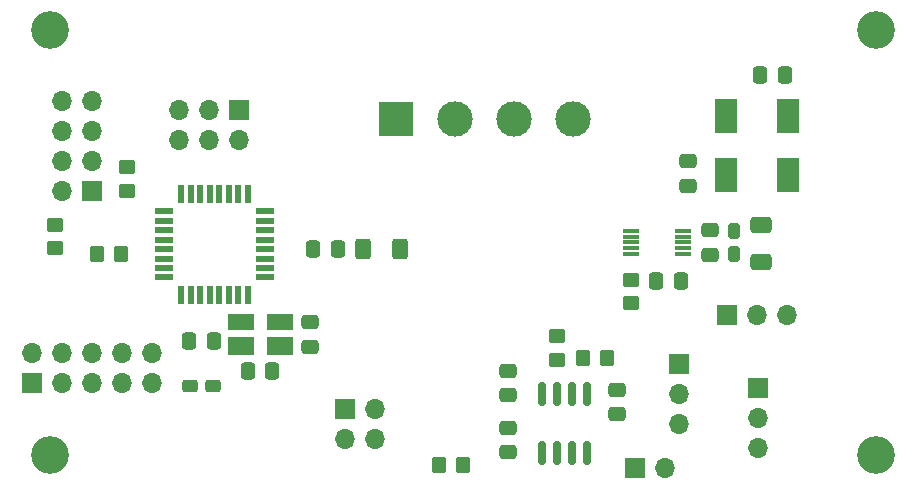
<source format=gts>
%TF.GenerationSoftware,KiCad,Pcbnew,(6.0.1)*%
%TF.CreationDate,2022-03-15T16:21:16+01:00*%
%TF.ProjectId,SignalGenerator,5369676e-616c-4476-956e-657261746f72,0.3*%
%TF.SameCoordinates,Original*%
%TF.FileFunction,Soldermask,Top*%
%TF.FilePolarity,Negative*%
%FSLAX46Y46*%
G04 Gerber Fmt 4.6, Leading zero omitted, Abs format (unit mm)*
G04 Created by KiCad (PCBNEW (6.0.1)) date 2022-03-15 16:21:16*
%MOMM*%
%LPD*%
G01*
G04 APERTURE LIST*
G04 Aperture macros list*
%AMRoundRect*
0 Rectangle with rounded corners*
0 $1 Rounding radius*
0 $2 $3 $4 $5 $6 $7 $8 $9 X,Y pos of 4 corners*
0 Add a 4 corners polygon primitive as box body*
4,1,4,$2,$3,$4,$5,$6,$7,$8,$9,$2,$3,0*
0 Add four circle primitives for the rounded corners*
1,1,$1+$1,$2,$3*
1,1,$1+$1,$4,$5*
1,1,$1+$1,$6,$7*
1,1,$1+$1,$8,$9*
0 Add four rect primitives between the rounded corners*
20,1,$1+$1,$2,$3,$4,$5,0*
20,1,$1+$1,$4,$5,$6,$7,0*
20,1,$1+$1,$6,$7,$8,$9,0*
20,1,$1+$1,$8,$9,$2,$3,0*%
G04 Aperture macros list end*
%ADD10R,1.700000X1.700000*%
%ADD11O,1.700000X1.700000*%
%ADD12RoundRect,0.250000X-0.475000X0.337500X-0.475000X-0.337500X0.475000X-0.337500X0.475000X0.337500X0*%
%ADD13C,3.200000*%
%ADD14RoundRect,0.250000X-0.400000X-0.625000X0.400000X-0.625000X0.400000X0.625000X-0.400000X0.625000X0*%
%ADD15RoundRect,0.250000X0.337500X0.475000X-0.337500X0.475000X-0.337500X-0.475000X0.337500X-0.475000X0*%
%ADD16RoundRect,0.250000X0.475000X-0.337500X0.475000X0.337500X-0.475000X0.337500X-0.475000X-0.337500X0*%
%ADD17RoundRect,0.250000X0.275000X-0.400000X0.275000X0.400000X-0.275000X0.400000X-0.275000X-0.400000X0*%
%ADD18R,1.400000X0.300000*%
%ADD19RoundRect,0.250000X-0.337500X-0.475000X0.337500X-0.475000X0.337500X0.475000X-0.337500X0.475000X0*%
%ADD20RoundRect,0.250000X0.450000X-0.350000X0.450000X0.350000X-0.450000X0.350000X-0.450000X-0.350000X0*%
%ADD21RoundRect,0.250000X-0.350000X-0.450000X0.350000X-0.450000X0.350000X0.450000X-0.350000X0.450000X0*%
%ADD22R,1.980000X3.000000*%
%ADD23R,3.000000X3.000000*%
%ADD24C,3.000000*%
%ADD25RoundRect,0.250000X0.400000X0.275000X-0.400000X0.275000X-0.400000X-0.275000X0.400000X-0.275000X0*%
%ADD26RoundRect,0.250000X0.650000X-0.412500X0.650000X0.412500X-0.650000X0.412500X-0.650000X-0.412500X0*%
%ADD27R,2.250000X1.500000*%
%ADD28R,2.250000X1.575000*%
%ADD29R,2.250000X1.450000*%
%ADD30R,0.550000X1.600000*%
%ADD31R,1.600000X0.550000*%
%ADD32RoundRect,0.250000X0.350000X0.450000X-0.350000X0.450000X-0.350000X-0.450000X0.350000X-0.450000X0*%
%ADD33RoundRect,0.250000X-0.450000X0.350000X-0.450000X-0.350000X0.450000X-0.350000X0.450000X0.350000X0*%
%ADD34RoundRect,0.150000X-0.150000X0.825000X-0.150000X-0.825000X0.150000X-0.825000X0.150000X0.825000X0*%
G04 APERTURE END LIST*
D10*
X184000000Y-108775000D03*
D11*
X184000000Y-111315000D03*
X184000000Y-113855000D03*
D10*
X177300000Y-106775000D03*
D11*
X177300000Y-109315000D03*
X177300000Y-111855000D03*
D10*
X122501920Y-108367377D03*
D11*
X122501920Y-105827377D03*
X125041920Y-108367377D03*
X125041920Y-105827377D03*
X127581920Y-108367377D03*
X127581920Y-105827377D03*
X130121920Y-108367377D03*
X130121920Y-105827377D03*
X132661920Y-108367377D03*
X132661920Y-105827377D03*
D12*
X179939160Y-95408819D03*
X179939160Y-97483819D03*
D13*
X124000000Y-114475000D03*
D14*
X150526920Y-96982377D03*
X153626920Y-96982377D03*
D10*
X149000000Y-110575000D03*
D11*
X151540000Y-110575000D03*
X149000000Y-113115000D03*
X151540000Y-113115000D03*
D10*
X127611920Y-92072377D03*
D11*
X125071920Y-92072377D03*
X127611920Y-89532377D03*
X125071920Y-89532377D03*
X127611920Y-86992377D03*
X125071920Y-86992377D03*
X127611920Y-84452377D03*
X125071920Y-84452377D03*
D15*
X148394420Y-97012377D03*
X146319420Y-97012377D03*
D16*
X162802255Y-114230244D03*
X162802255Y-112155244D03*
D12*
X178069160Y-89598819D03*
X178069160Y-91673819D03*
D17*
X181969160Y-97411319D03*
X181969160Y-95461319D03*
D15*
X177456660Y-99686319D03*
X175381660Y-99686319D03*
D18*
X177619160Y-97456319D03*
X177619160Y-96956319D03*
X177619160Y-96456319D03*
X177619160Y-95956319D03*
X177619160Y-95456319D03*
X173219160Y-95456319D03*
X173219160Y-95956319D03*
X173219160Y-96456319D03*
X173219160Y-96956319D03*
X173219160Y-97456319D03*
D19*
X140759420Y-107312377D03*
X142834420Y-107312377D03*
D10*
X173525000Y-115575000D03*
D11*
X176065000Y-115575000D03*
D20*
X130576920Y-92092377D03*
X130576920Y-90092377D03*
D21*
X169177255Y-106267744D03*
X171177255Y-106267744D03*
D13*
X124000000Y-78475000D03*
D22*
X186509160Y-85786319D03*
X181249160Y-85786319D03*
X181249160Y-90786319D03*
X186509160Y-90786319D03*
D13*
X194000000Y-114475000D03*
D20*
X166952255Y-106367744D03*
X166952255Y-104367744D03*
D21*
X157000000Y-115275000D03*
X159000000Y-115275000D03*
D23*
X153332980Y-86042020D03*
D24*
X158332980Y-86042020D03*
X163332980Y-86042020D03*
X168332980Y-86042020D03*
D25*
X137871920Y-108622377D03*
X135921920Y-108622377D03*
D12*
X146036920Y-103194877D03*
X146036920Y-105269877D03*
D10*
X140051920Y-85247377D03*
D11*
X140051920Y-87787377D03*
X137511920Y-85247377D03*
X137511920Y-87787377D03*
X134971920Y-85247377D03*
X134971920Y-87787377D03*
D20*
X173227495Y-101592504D03*
X173227495Y-99592504D03*
D26*
X184269160Y-98128819D03*
X184269160Y-95003819D03*
D10*
X181325000Y-102600000D03*
D11*
X183865000Y-102600000D03*
X186405000Y-102600000D03*
D27*
X140226920Y-105232377D03*
D28*
X143526920Y-105232377D03*
D29*
X143526920Y-103232377D03*
X140226920Y-103232377D03*
D15*
X137894420Y-104762377D03*
X135819420Y-104762377D03*
D13*
X194000000Y-78475000D03*
D12*
X172000000Y-108937500D03*
X172000000Y-111012500D03*
D19*
X184171660Y-82276319D03*
X186246660Y-82276319D03*
D30*
X135166920Y-100872377D03*
X135966920Y-100872377D03*
X136766920Y-100872377D03*
X137566920Y-100872377D03*
X138366920Y-100872377D03*
X139166920Y-100872377D03*
X139966920Y-100872377D03*
X140766920Y-100872377D03*
D31*
X142216920Y-99422377D03*
X142216920Y-98622377D03*
X142216920Y-97822377D03*
X142216920Y-97022377D03*
X142216920Y-96222377D03*
X142216920Y-95422377D03*
X142216920Y-94622377D03*
X142216920Y-93822377D03*
D30*
X140766920Y-92372377D03*
X139966920Y-92372377D03*
X139166920Y-92372377D03*
X138366920Y-92372377D03*
X137566920Y-92372377D03*
X136766920Y-92372377D03*
X135966920Y-92372377D03*
X135166920Y-92372377D03*
D31*
X133716920Y-93822377D03*
X133716920Y-94622377D03*
X133716920Y-95422377D03*
X133716920Y-96222377D03*
X133716920Y-97022377D03*
X133716920Y-97822377D03*
X133716920Y-98622377D03*
X133716920Y-99422377D03*
D32*
X130006920Y-97432377D03*
X128006920Y-97432377D03*
D33*
X124436920Y-94942377D03*
X124436920Y-96942377D03*
D16*
X162827255Y-109380244D03*
X162827255Y-107305244D03*
D34*
X169486255Y-109297744D03*
X168216255Y-109297744D03*
X166946255Y-109297744D03*
X165676255Y-109297744D03*
X165676255Y-114247744D03*
X166946255Y-114247744D03*
X168216255Y-114247744D03*
X169486255Y-114247744D03*
M02*

</source>
